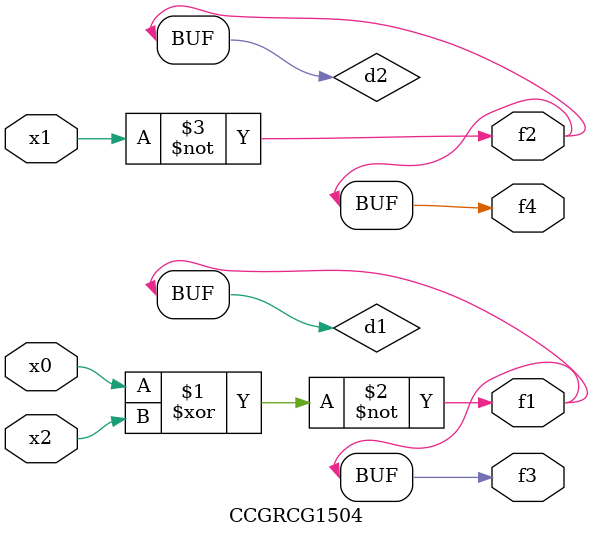
<source format=v>
module CCGRCG1504(
	input x0, x1, x2,
	output f1, f2, f3, f4
);

	wire d1, d2, d3;

	xnor (d1, x0, x2);
	nand (d2, x1);
	nor (d3, x1, x2);
	assign f1 = d1;
	assign f2 = d2;
	assign f3 = d1;
	assign f4 = d2;
endmodule

</source>
